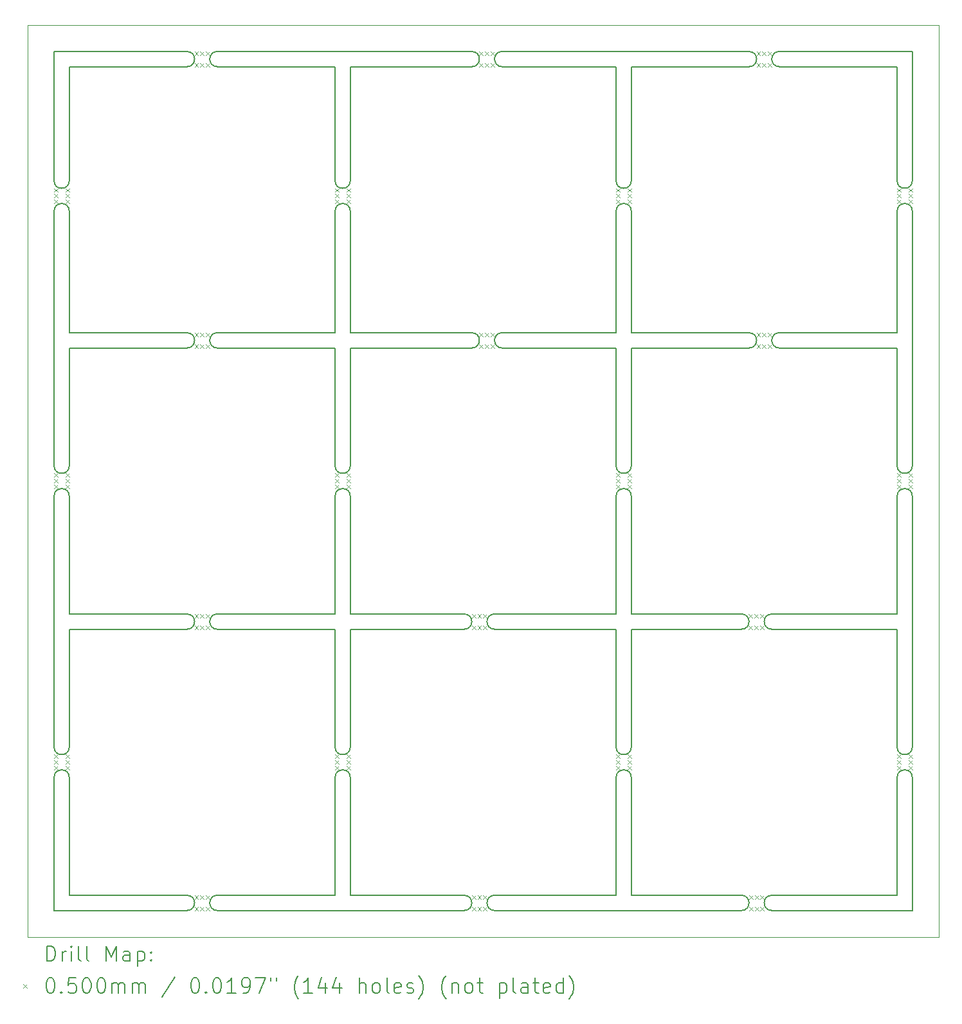
<source format=gbr>
%TF.GenerationSoftware,KiCad,Pcbnew,7.0.9*%
%TF.CreationDate,2024-10-30T14:50:43+01:00*%
%TF.ProjectId,panel,70616e65-6c2e-46b6-9963-61645f706362,rev?*%
%TF.SameCoordinates,Original*%
%TF.FileFunction,Drillmap*%
%TF.FilePolarity,Positive*%
%FSLAX45Y45*%
G04 Gerber Fmt 4.5, Leading zero omitted, Abs format (unit mm)*
G04 Created by KiCad (PCBNEW 7.0.9) date 2024-10-30 14:50:43*
%MOMM*%
%LPD*%
G01*
G04 APERTURE LIST*
%ADD10C,0.100000*%
%ADD11C,0.150000*%
%ADD12C,0.200000*%
G04 APERTURE END LIST*
D10*
X9949978Y-2500000D02*
X21949978Y-2500000D01*
X21949978Y-14500000D01*
X9949978Y-14500000D01*
X9949978Y-2500000D01*
D11*
X10299978Y-14150000D02*
X10299978Y-12400000D01*
X12049977Y-14150000D02*
X10299978Y-14150000D01*
X15699977Y-14150000D02*
X12449977Y-14150000D01*
X19349978Y-14150000D02*
X16099977Y-14150000D01*
X21599978Y-14150000D02*
X19749978Y-14150000D01*
X21599978Y-12400000D02*
X21599978Y-14150000D01*
X21599978Y-8700000D02*
X21599978Y-12000000D01*
X21599978Y-4950000D02*
X21599978Y-8300000D01*
X21599978Y-2850000D02*
X21599978Y-4550000D01*
X19849978Y-2850000D02*
X21599978Y-2850000D01*
X16199977Y-2850000D02*
X19449978Y-2850000D01*
X12449977Y-2850000D02*
X15799977Y-2850000D01*
X10299978Y-2850000D02*
X12049977Y-2850000D01*
X10299978Y-4550000D02*
X10299978Y-2850000D01*
X10299978Y-8300000D02*
X10299978Y-4950000D01*
X10299978Y-12000000D02*
X10299978Y-8700000D01*
X10499978Y-12400000D02*
G75*
G03*
X10299978Y-12400000I-100000J0D01*
G01*
X10299978Y-12000000D02*
G75*
G03*
X10499978Y-12000000I100000J0D01*
G01*
X10499978Y-12400000D02*
X10499978Y-13950000D01*
X10499978Y-10450000D02*
X10499978Y-12000000D01*
X10499978Y-8700000D02*
G75*
G03*
X10299978Y-8700000I-100000J0D01*
G01*
X10299978Y-8300000D02*
G75*
G03*
X10499978Y-8300000I100000J0D01*
G01*
X10499978Y-8700000D02*
X10499978Y-10250000D01*
X10499978Y-6750000D02*
X10499978Y-8300000D01*
X10499978Y-4950000D02*
X10499978Y-6550000D01*
X10499978Y-4950000D02*
G75*
G03*
X10299978Y-4950000I-100000J0D01*
G01*
X10299978Y-4550000D02*
G75*
G03*
X10499978Y-4550000I100000J0D01*
G01*
X10499978Y-3050000D02*
X10499978Y-4550000D01*
X15699977Y-13950000D02*
X15099977Y-13950000D01*
X15699977Y-14150000D02*
G75*
G03*
X15699977Y-13950000I0J100000D01*
G01*
X16099977Y-13950000D02*
G75*
G03*
X16099977Y-14150000I0J-100000D01*
G01*
X17699978Y-13950000D02*
X16099977Y-13950000D01*
X17699978Y-12400000D02*
X17699978Y-13950000D01*
X17899978Y-10450000D02*
X19349978Y-10450000D01*
X17899978Y-12000000D02*
X17899978Y-10450000D01*
X17699978Y-11700000D02*
X17699978Y-12000000D01*
X17699978Y-12000000D02*
G75*
G03*
X17899978Y-12000000I100000J0D01*
G01*
X17899978Y-12400000D02*
G75*
G03*
X17699978Y-12400000I-100000J0D01*
G01*
X17899978Y-13950000D02*
X17899978Y-12400000D01*
X19349978Y-13950000D02*
X17899978Y-13950000D01*
X19349978Y-14150000D02*
G75*
G03*
X19349978Y-13950000I0J100000D01*
G01*
X19749978Y-13950000D02*
G75*
G03*
X19749978Y-14150000I0J-100000D01*
G01*
X19849978Y-13950000D02*
X19749978Y-13950000D01*
X21399978Y-13950000D02*
X19849978Y-13950000D01*
X21399978Y-12400000D02*
X21399978Y-13950000D01*
X21599978Y-12400000D02*
G75*
G03*
X21399978Y-12400000I-100000J0D01*
G01*
X21399978Y-12000000D02*
G75*
G03*
X21599978Y-12000000I100000J0D01*
G01*
X21399978Y-10450000D02*
X21399978Y-12000000D01*
X19749978Y-10450000D02*
X21399978Y-10450000D01*
X19349978Y-10450000D02*
G75*
G03*
X19349978Y-10250000I0J100000D01*
G01*
X19749978Y-10250000D02*
G75*
G03*
X19749978Y-10450000I0J-100000D01*
G01*
X19199978Y-10250000D02*
X19349978Y-10250000D01*
X19849978Y-10250000D02*
X19749978Y-10250000D01*
X21399978Y-8700000D02*
X21399978Y-8800000D01*
X21399978Y-8150000D02*
X21399978Y-8300000D01*
X21599978Y-8700000D02*
G75*
G03*
X21399978Y-8700000I-100000J0D01*
G01*
X21399978Y-8300000D02*
G75*
G03*
X21599978Y-8300000I100000J0D01*
G01*
X21399978Y-4950000D02*
X21399978Y-5100000D01*
X21599978Y-4950000D02*
G75*
G03*
X21399978Y-4950000I-100000J0D01*
G01*
X21399978Y-4550000D02*
G75*
G03*
X21599978Y-4550000I100000J0D01*
G01*
X21399978Y-4400000D02*
X21399978Y-4550000D01*
X21399978Y-6750000D02*
X19849978Y-6750000D01*
X21399978Y-8150000D02*
X21399978Y-6750000D01*
X21399978Y-10250000D02*
X21399978Y-8800000D01*
X19849978Y-10250000D02*
X21399978Y-10250000D01*
X17899978Y-10250000D02*
X19199978Y-10250000D01*
X17899978Y-8700000D02*
X17899978Y-10250000D01*
X17899978Y-6750000D02*
X17899978Y-8300000D01*
X19449978Y-6750000D02*
X17899978Y-6750000D01*
X19849978Y-6550000D02*
G75*
G03*
X19849978Y-6750000I0J-100000D01*
G01*
X19449978Y-6750000D02*
G75*
G03*
X19449978Y-6550000I0J100000D01*
G01*
X19849978Y-2850000D02*
G75*
G03*
X19849978Y-3050000I0J-100000D01*
G01*
X19449978Y-3050000D02*
G75*
G03*
X19449978Y-2850000I0J100000D01*
G01*
X19849978Y-3050000D02*
X21349978Y-3050000D01*
X17899978Y-3050000D02*
X19449978Y-3050000D01*
X21399978Y-6550000D02*
X21399978Y-5100000D01*
X19849978Y-6550000D02*
X21399978Y-6550000D01*
X19199978Y-6550000D02*
X19449978Y-6550000D01*
X17899978Y-6550000D02*
X19199978Y-6550000D01*
X17899978Y-4950000D02*
X17899978Y-6550000D01*
X21399978Y-3050000D02*
X21399978Y-4400000D01*
X21349978Y-3050000D02*
X21399978Y-3050000D01*
X17899978Y-4550000D02*
X17899978Y-3050000D01*
X17899978Y-8700000D02*
G75*
G03*
X17699978Y-8700000I-100000J0D01*
G01*
X17699978Y-8300000D02*
G75*
G03*
X17899978Y-8300000I100000J0D01*
G01*
X16099977Y-10250000D02*
G75*
G03*
X16099977Y-10450000I0J-100000D01*
G01*
X15699977Y-10450000D02*
G75*
G03*
X15699977Y-10250000I0J100000D01*
G01*
X17699978Y-10450000D02*
X17699978Y-11700000D01*
X16099977Y-10450000D02*
X17699978Y-10450000D01*
X14199977Y-10450000D02*
X15699977Y-10450000D01*
X17699978Y-10250000D02*
X17699978Y-8700000D01*
X16099977Y-10250000D02*
X17699978Y-10250000D01*
X15549977Y-10250000D02*
X15699977Y-10250000D01*
X14199977Y-10250000D02*
X15549977Y-10250000D01*
X14199977Y-8700000D02*
X14199977Y-10250000D01*
X17699978Y-6900000D02*
X17699978Y-8300000D01*
X17699978Y-6750000D02*
X17699978Y-6900000D01*
X16199977Y-6750000D02*
X17699978Y-6750000D01*
X16299977Y-6550000D02*
X16199977Y-6550000D01*
X16199977Y-6550000D02*
G75*
G03*
X16199977Y-6750000I0J-100000D01*
G01*
X15799977Y-6750000D02*
G75*
G03*
X15799977Y-6550000I0J100000D01*
G01*
X15499977Y-6750000D02*
X15799977Y-6750000D01*
X15499977Y-6550000D02*
X15799977Y-6550000D01*
X14199977Y-6750000D02*
X15499977Y-6750000D01*
X14199977Y-8300000D02*
X14199977Y-6750000D01*
X14199977Y-8700000D02*
G75*
G03*
X13999977Y-8700000I-100000J0D01*
G01*
X13999977Y-8300000D02*
G75*
G03*
X14199977Y-8300000I100000J0D01*
G01*
X13999977Y-8300000D02*
X13999977Y-6750000D01*
X13999977Y-10250000D02*
X13999977Y-8700000D01*
X14199977Y-12000000D02*
X14199977Y-10450000D01*
X13999977Y-12000000D02*
G75*
G03*
X14199977Y-12000000I100000J0D01*
G01*
X14199977Y-13950000D02*
X15099977Y-13950000D01*
X14199977Y-12400000D02*
X14199977Y-13950000D01*
X14199977Y-12400000D02*
G75*
G03*
X13999977Y-12400000I-100000J0D01*
G01*
X13999977Y-12400000D02*
X13999977Y-13950000D01*
X13999977Y-12000000D02*
X13999977Y-10450000D01*
X12449977Y-13950000D02*
G75*
G03*
X12449977Y-14150000I0J-100000D01*
G01*
X12049977Y-14150000D02*
G75*
G03*
X12049977Y-13950000I0J100000D01*
G01*
X12049977Y-3050000D02*
G75*
G03*
X12049977Y-2850000I0J100000D01*
G01*
X12449977Y-2850000D02*
G75*
G03*
X12449977Y-3050000I0J-100000D01*
G01*
X15799977Y-3050000D02*
G75*
G03*
X15799977Y-2850000I0J100000D01*
G01*
X16199977Y-2850000D02*
G75*
G03*
X16199977Y-3050000I0J-100000D01*
G01*
X17899978Y-4950000D02*
G75*
G03*
X17699978Y-4950000I-100000J0D01*
G01*
X17699978Y-4550000D02*
G75*
G03*
X17899978Y-4550000I100000J0D01*
G01*
X17699978Y-5050000D02*
X17699978Y-4950000D01*
X17699978Y-4550000D02*
X17699978Y-4400000D01*
X16199977Y-3050000D02*
X16299977Y-3050000D01*
X15549977Y-3050000D02*
X15799977Y-3050000D01*
X17699978Y-3050000D02*
X16299977Y-3050000D01*
X17699978Y-4400000D02*
X17699978Y-3050000D01*
X17699978Y-6550000D02*
X17699978Y-5050000D01*
X16299977Y-6550000D02*
X17699978Y-6550000D01*
X14199977Y-6550000D02*
X15499977Y-6550000D01*
X14199977Y-4950000D02*
X14199977Y-6550000D01*
X14199977Y-3050000D02*
X15549977Y-3050000D01*
X14199977Y-4550000D02*
X14199977Y-3050000D01*
X14199977Y-4950000D02*
G75*
G03*
X13999977Y-4950000I-100000J0D01*
G01*
X13999977Y-4550000D02*
G75*
G03*
X14199977Y-4550000I100000J0D01*
G01*
X13999977Y-4950000D02*
X13999977Y-6550000D01*
X13999977Y-3050000D02*
X13999977Y-4550000D01*
X12449977Y-3050000D02*
X13999977Y-3050000D01*
X12049977Y-3050000D02*
X10499978Y-3050000D01*
X12049977Y-13950000D02*
X11849977Y-13950000D01*
X12449977Y-13950000D02*
X12599977Y-13950000D01*
X13999977Y-10450000D02*
X12449977Y-10450000D01*
X12599977Y-13950000D02*
X13999977Y-13950000D01*
X10499978Y-13950000D02*
X11849977Y-13950000D01*
X12049977Y-10450000D02*
X10499978Y-10450000D01*
X12049977Y-10450000D02*
G75*
G03*
X12049977Y-10250000I0J100000D01*
G01*
X12449977Y-10250000D02*
G75*
G03*
X12449977Y-10450000I0J-100000D01*
G01*
X12049977Y-10250000D02*
X11849977Y-10250000D01*
X12449977Y-10250000D02*
X12599977Y-10250000D01*
X13999977Y-6750000D02*
X12449977Y-6750000D01*
X12599977Y-10250000D02*
X13999977Y-10250000D01*
X10499978Y-10250000D02*
X11849977Y-10250000D01*
X12049977Y-6750000D02*
X10499978Y-6750000D01*
X12449977Y-6550000D02*
G75*
G03*
X12449977Y-6750000I0J-100000D01*
G01*
X12049977Y-6750000D02*
G75*
G03*
X12049977Y-6550000I0J100000D01*
G01*
X10499978Y-6550000D02*
X12049977Y-6550000D01*
X12449977Y-6550000D02*
X13999977Y-6550000D01*
D12*
D10*
X10299978Y-4650000D02*
X10349978Y-4700000D01*
X10349978Y-4650000D02*
X10299978Y-4700000D01*
X10299978Y-4725000D02*
X10349978Y-4775000D01*
X10349978Y-4725000D02*
X10299978Y-4775000D01*
X10299978Y-4800000D02*
X10349978Y-4850000D01*
X10349978Y-4800000D02*
X10299978Y-4850000D01*
X10299978Y-8400000D02*
X10349978Y-8450000D01*
X10349978Y-8400000D02*
X10299978Y-8450000D01*
X10299978Y-8475000D02*
X10349978Y-8525000D01*
X10349978Y-8475000D02*
X10299978Y-8525000D01*
X10299978Y-8550000D02*
X10349978Y-8600000D01*
X10349978Y-8550000D02*
X10299978Y-8600000D01*
X10299978Y-12100000D02*
X10349978Y-12150000D01*
X10349978Y-12100000D02*
X10299978Y-12150000D01*
X10299978Y-12175000D02*
X10349978Y-12225000D01*
X10349978Y-12175000D02*
X10299978Y-12225000D01*
X10299978Y-12250000D02*
X10349978Y-12300000D01*
X10349978Y-12250000D02*
X10299978Y-12300000D01*
X10449978Y-4650000D02*
X10499978Y-4700000D01*
X10499978Y-4650000D02*
X10449978Y-4700000D01*
X10449978Y-4725000D02*
X10499978Y-4775000D01*
X10499978Y-4725000D02*
X10449978Y-4775000D01*
X10449978Y-4800000D02*
X10499978Y-4850000D01*
X10499978Y-4800000D02*
X10449978Y-4850000D01*
X10449978Y-8400000D02*
X10499978Y-8450000D01*
X10499978Y-8400000D02*
X10449978Y-8450000D01*
X10449978Y-8475000D02*
X10499978Y-8525000D01*
X10499978Y-8475000D02*
X10449978Y-8525000D01*
X10449978Y-8550000D02*
X10499978Y-8600000D01*
X10499978Y-8550000D02*
X10449978Y-8600000D01*
X10449978Y-12100000D02*
X10499978Y-12150000D01*
X10499978Y-12100000D02*
X10449978Y-12150000D01*
X10449978Y-12175000D02*
X10499978Y-12225000D01*
X10499978Y-12175000D02*
X10449978Y-12225000D01*
X10449978Y-12250000D02*
X10499978Y-12300000D01*
X10499978Y-12250000D02*
X10449978Y-12300000D01*
X12149977Y-2850000D02*
X12199977Y-2900000D01*
X12199977Y-2850000D02*
X12149977Y-2900000D01*
X12149977Y-3000000D02*
X12199977Y-3050000D01*
X12199977Y-3000000D02*
X12149977Y-3050000D01*
X12149977Y-6550000D02*
X12199977Y-6600000D01*
X12199977Y-6550000D02*
X12149977Y-6600000D01*
X12149977Y-6700000D02*
X12199977Y-6750000D01*
X12199977Y-6700000D02*
X12149977Y-6750000D01*
X12149977Y-10250000D02*
X12199977Y-10300000D01*
X12199977Y-10250000D02*
X12149977Y-10300000D01*
X12149977Y-10400000D02*
X12199977Y-10450000D01*
X12199977Y-10400000D02*
X12149977Y-10450000D01*
X12149977Y-13950000D02*
X12199977Y-14000000D01*
X12199977Y-13950000D02*
X12149977Y-14000000D01*
X12149977Y-14100000D02*
X12199977Y-14150000D01*
X12199977Y-14100000D02*
X12149977Y-14150000D01*
X12224977Y-2850000D02*
X12274977Y-2900000D01*
X12274977Y-2850000D02*
X12224977Y-2900000D01*
X12224977Y-3000000D02*
X12274977Y-3050000D01*
X12274977Y-3000000D02*
X12224977Y-3050000D01*
X12224977Y-6550000D02*
X12274977Y-6600000D01*
X12274977Y-6550000D02*
X12224977Y-6600000D01*
X12224977Y-6700000D02*
X12274977Y-6750000D01*
X12274977Y-6700000D02*
X12224977Y-6750000D01*
X12224977Y-10250000D02*
X12274977Y-10300000D01*
X12274977Y-10250000D02*
X12224977Y-10300000D01*
X12224977Y-10400000D02*
X12274977Y-10450000D01*
X12274977Y-10400000D02*
X12224977Y-10450000D01*
X12224977Y-13950000D02*
X12274977Y-14000000D01*
X12274977Y-13950000D02*
X12224977Y-14000000D01*
X12224977Y-14100000D02*
X12274977Y-14150000D01*
X12274977Y-14100000D02*
X12224977Y-14150000D01*
X12299977Y-2850000D02*
X12349977Y-2900000D01*
X12349977Y-2850000D02*
X12299977Y-2900000D01*
X12299977Y-3000000D02*
X12349977Y-3050000D01*
X12349977Y-3000000D02*
X12299977Y-3050000D01*
X12299977Y-6550000D02*
X12349977Y-6600000D01*
X12349977Y-6550000D02*
X12299977Y-6600000D01*
X12299977Y-6700000D02*
X12349977Y-6750000D01*
X12349977Y-6700000D02*
X12299977Y-6750000D01*
X12299977Y-10250000D02*
X12349977Y-10300000D01*
X12349977Y-10250000D02*
X12299977Y-10300000D01*
X12299977Y-10400000D02*
X12349977Y-10450000D01*
X12349977Y-10400000D02*
X12299977Y-10450000D01*
X12299977Y-13950000D02*
X12349977Y-14000000D01*
X12349977Y-13950000D02*
X12299977Y-14000000D01*
X12299977Y-14100000D02*
X12349977Y-14150000D01*
X12349977Y-14100000D02*
X12299977Y-14150000D01*
X13999977Y-4650000D02*
X14049977Y-4700000D01*
X14049977Y-4650000D02*
X13999977Y-4700000D01*
X13999977Y-4725000D02*
X14049977Y-4775000D01*
X14049977Y-4725000D02*
X13999977Y-4775000D01*
X13999977Y-4800000D02*
X14049977Y-4850000D01*
X14049977Y-4800000D02*
X13999977Y-4850000D01*
X13999977Y-8400000D02*
X14049977Y-8450000D01*
X14049977Y-8400000D02*
X13999977Y-8450000D01*
X13999977Y-8475000D02*
X14049977Y-8525000D01*
X14049977Y-8475000D02*
X13999977Y-8525000D01*
X13999977Y-8550000D02*
X14049977Y-8600000D01*
X14049977Y-8550000D02*
X13999977Y-8600000D01*
X13999977Y-12100000D02*
X14049977Y-12150000D01*
X14049977Y-12100000D02*
X13999977Y-12150000D01*
X13999977Y-12175000D02*
X14049977Y-12225000D01*
X14049977Y-12175000D02*
X13999977Y-12225000D01*
X13999977Y-12250000D02*
X14049977Y-12300000D01*
X14049977Y-12250000D02*
X13999977Y-12300000D01*
X14149977Y-4650000D02*
X14199977Y-4700000D01*
X14199977Y-4650000D02*
X14149977Y-4700000D01*
X14149977Y-4725000D02*
X14199977Y-4775000D01*
X14199977Y-4725000D02*
X14149977Y-4775000D01*
X14149977Y-4800000D02*
X14199977Y-4850000D01*
X14199977Y-4800000D02*
X14149977Y-4850000D01*
X14149977Y-8400000D02*
X14199977Y-8450000D01*
X14199977Y-8400000D02*
X14149977Y-8450000D01*
X14149977Y-8475000D02*
X14199977Y-8525000D01*
X14199977Y-8475000D02*
X14149977Y-8525000D01*
X14149977Y-8550000D02*
X14199977Y-8600000D01*
X14199977Y-8550000D02*
X14149977Y-8600000D01*
X14149977Y-12100000D02*
X14199977Y-12150000D01*
X14199977Y-12100000D02*
X14149977Y-12150000D01*
X14149977Y-12175000D02*
X14199977Y-12225000D01*
X14199977Y-12175000D02*
X14149977Y-12225000D01*
X14149977Y-12250000D02*
X14199977Y-12300000D01*
X14199977Y-12250000D02*
X14149977Y-12300000D01*
X15799977Y-10250000D02*
X15849977Y-10300000D01*
X15849977Y-10250000D02*
X15799977Y-10300000D01*
X15799977Y-10400000D02*
X15849977Y-10450000D01*
X15849977Y-10400000D02*
X15799977Y-10450000D01*
X15799977Y-13950000D02*
X15849977Y-14000000D01*
X15849977Y-13950000D02*
X15799977Y-14000000D01*
X15799977Y-14100000D02*
X15849977Y-14150000D01*
X15849977Y-14100000D02*
X15799977Y-14150000D01*
X15874977Y-10250000D02*
X15924977Y-10300000D01*
X15924977Y-10250000D02*
X15874977Y-10300000D01*
X15874977Y-10400000D02*
X15924977Y-10450000D01*
X15924977Y-10400000D02*
X15874977Y-10450000D01*
X15874977Y-13950000D02*
X15924977Y-14000000D01*
X15924977Y-13950000D02*
X15874977Y-14000000D01*
X15874977Y-14100000D02*
X15924977Y-14150000D01*
X15924977Y-14100000D02*
X15874977Y-14150000D01*
X15899977Y-2850000D02*
X15949977Y-2900000D01*
X15949977Y-2850000D02*
X15899977Y-2900000D01*
X15899977Y-3000000D02*
X15949977Y-3050000D01*
X15949977Y-3000000D02*
X15899977Y-3050000D01*
X15899977Y-6550000D02*
X15949977Y-6600000D01*
X15949977Y-6550000D02*
X15899977Y-6600000D01*
X15899977Y-6700000D02*
X15949977Y-6750000D01*
X15949977Y-6700000D02*
X15899977Y-6750000D01*
X15949977Y-10250000D02*
X15999977Y-10300000D01*
X15999977Y-10250000D02*
X15949977Y-10300000D01*
X15949977Y-10400000D02*
X15999977Y-10450000D01*
X15999977Y-10400000D02*
X15949977Y-10450000D01*
X15949977Y-13950000D02*
X15999977Y-14000000D01*
X15999977Y-13950000D02*
X15949977Y-14000000D01*
X15949977Y-14100000D02*
X15999977Y-14150000D01*
X15999977Y-14100000D02*
X15949977Y-14150000D01*
X15974977Y-2850000D02*
X16024977Y-2900000D01*
X16024977Y-2850000D02*
X15974977Y-2900000D01*
X15974977Y-3000000D02*
X16024977Y-3050000D01*
X16024977Y-3000000D02*
X15974977Y-3050000D01*
X15974977Y-6550000D02*
X16024977Y-6600000D01*
X16024977Y-6550000D02*
X15974977Y-6600000D01*
X15974977Y-6700000D02*
X16024977Y-6750000D01*
X16024977Y-6700000D02*
X15974977Y-6750000D01*
X16049977Y-2850000D02*
X16099977Y-2900000D01*
X16099977Y-2850000D02*
X16049977Y-2900000D01*
X16049977Y-3000000D02*
X16099977Y-3050000D01*
X16099977Y-3000000D02*
X16049977Y-3050000D01*
X16049977Y-6550000D02*
X16099977Y-6600000D01*
X16099977Y-6550000D02*
X16049977Y-6600000D01*
X16049977Y-6700000D02*
X16099977Y-6750000D01*
X16099977Y-6700000D02*
X16049977Y-6750000D01*
X17699978Y-4650000D02*
X17749978Y-4700000D01*
X17749978Y-4650000D02*
X17699978Y-4700000D01*
X17699978Y-4725000D02*
X17749978Y-4775000D01*
X17749978Y-4725000D02*
X17699978Y-4775000D01*
X17699978Y-4800000D02*
X17749978Y-4850000D01*
X17749978Y-4800000D02*
X17699978Y-4850000D01*
X17699978Y-8400000D02*
X17749978Y-8450000D01*
X17749978Y-8400000D02*
X17699978Y-8450000D01*
X17699978Y-8475000D02*
X17749978Y-8525000D01*
X17749978Y-8475000D02*
X17699978Y-8525000D01*
X17699978Y-8550000D02*
X17749978Y-8600000D01*
X17749978Y-8550000D02*
X17699978Y-8600000D01*
X17699978Y-12100000D02*
X17749978Y-12150000D01*
X17749978Y-12100000D02*
X17699978Y-12150000D01*
X17699978Y-12175000D02*
X17749978Y-12225000D01*
X17749978Y-12175000D02*
X17699978Y-12225000D01*
X17699978Y-12250000D02*
X17749978Y-12300000D01*
X17749978Y-12250000D02*
X17699978Y-12300000D01*
X17849978Y-4650000D02*
X17899978Y-4700000D01*
X17899978Y-4650000D02*
X17849978Y-4700000D01*
X17849978Y-4725000D02*
X17899978Y-4775000D01*
X17899978Y-4725000D02*
X17849978Y-4775000D01*
X17849978Y-4800000D02*
X17899978Y-4850000D01*
X17899978Y-4800000D02*
X17849978Y-4850000D01*
X17849978Y-8400000D02*
X17899978Y-8450000D01*
X17899978Y-8400000D02*
X17849978Y-8450000D01*
X17849978Y-8475000D02*
X17899978Y-8525000D01*
X17899978Y-8475000D02*
X17849978Y-8525000D01*
X17849978Y-8550000D02*
X17899978Y-8600000D01*
X17899978Y-8550000D02*
X17849978Y-8600000D01*
X17849978Y-12100000D02*
X17899978Y-12150000D01*
X17899978Y-12100000D02*
X17849978Y-12150000D01*
X17849978Y-12175000D02*
X17899978Y-12225000D01*
X17899978Y-12175000D02*
X17849978Y-12225000D01*
X17849978Y-12250000D02*
X17899978Y-12300000D01*
X17899978Y-12250000D02*
X17849978Y-12300000D01*
X19444198Y-10250000D02*
X19494198Y-10300000D01*
X19494198Y-10250000D02*
X19444198Y-10300000D01*
X19444198Y-10400000D02*
X19494198Y-10450000D01*
X19494198Y-10400000D02*
X19444198Y-10450000D01*
X19449978Y-13950000D02*
X19499978Y-14000000D01*
X19499978Y-13950000D02*
X19449978Y-14000000D01*
X19449978Y-14100000D02*
X19499978Y-14150000D01*
X19499978Y-14100000D02*
X19449978Y-14150000D01*
X19519198Y-10250000D02*
X19569198Y-10300000D01*
X19569198Y-10250000D02*
X19519198Y-10300000D01*
X19519198Y-10400000D02*
X19569198Y-10450000D01*
X19569198Y-10400000D02*
X19519198Y-10450000D01*
X19524978Y-13950000D02*
X19574978Y-14000000D01*
X19574978Y-13950000D02*
X19524978Y-14000000D01*
X19524978Y-14100000D02*
X19574978Y-14150000D01*
X19574978Y-14100000D02*
X19524978Y-14150000D01*
X19549978Y-2850000D02*
X19599978Y-2900000D01*
X19599978Y-2850000D02*
X19549978Y-2900000D01*
X19549978Y-3000000D02*
X19599978Y-3050000D01*
X19599978Y-3000000D02*
X19549978Y-3050000D01*
X19549978Y-6550000D02*
X19599978Y-6600000D01*
X19599978Y-6550000D02*
X19549978Y-6600000D01*
X19549978Y-6700000D02*
X19599978Y-6750000D01*
X19599978Y-6700000D02*
X19549978Y-6750000D01*
X19594198Y-10250000D02*
X19644198Y-10300000D01*
X19644198Y-10250000D02*
X19594198Y-10300000D01*
X19594198Y-10400000D02*
X19644198Y-10450000D01*
X19644198Y-10400000D02*
X19594198Y-10450000D01*
X19599978Y-13950000D02*
X19649978Y-14000000D01*
X19649978Y-13950000D02*
X19599978Y-14000000D01*
X19599978Y-14100000D02*
X19649978Y-14150000D01*
X19649978Y-14100000D02*
X19599978Y-14150000D01*
X19624978Y-2850000D02*
X19674978Y-2900000D01*
X19674978Y-2850000D02*
X19624978Y-2900000D01*
X19624978Y-3000000D02*
X19674978Y-3050000D01*
X19674978Y-3000000D02*
X19624978Y-3050000D01*
X19624978Y-6550000D02*
X19674978Y-6600000D01*
X19674978Y-6550000D02*
X19624978Y-6600000D01*
X19624978Y-6700000D02*
X19674978Y-6750000D01*
X19674978Y-6700000D02*
X19624978Y-6750000D01*
X19699978Y-2850000D02*
X19749978Y-2900000D01*
X19749978Y-2850000D02*
X19699978Y-2900000D01*
X19699978Y-3000000D02*
X19749978Y-3050000D01*
X19749978Y-3000000D02*
X19699978Y-3050000D01*
X19699978Y-6550000D02*
X19749978Y-6600000D01*
X19749978Y-6550000D02*
X19699978Y-6600000D01*
X19699978Y-6700000D02*
X19749978Y-6750000D01*
X19749978Y-6700000D02*
X19699978Y-6750000D01*
X21399978Y-4650000D02*
X21449978Y-4700000D01*
X21449978Y-4650000D02*
X21399978Y-4700000D01*
X21399978Y-4725000D02*
X21449978Y-4775000D01*
X21449978Y-4725000D02*
X21399978Y-4775000D01*
X21399978Y-4800000D02*
X21449978Y-4850000D01*
X21449978Y-4800000D02*
X21399978Y-4850000D01*
X21399978Y-8400000D02*
X21449978Y-8450000D01*
X21449978Y-8400000D02*
X21399978Y-8450000D01*
X21399978Y-8475000D02*
X21449978Y-8525000D01*
X21449978Y-8475000D02*
X21399978Y-8525000D01*
X21399978Y-8550000D02*
X21449978Y-8600000D01*
X21449978Y-8550000D02*
X21399978Y-8600000D01*
X21399978Y-12100000D02*
X21449978Y-12150000D01*
X21449978Y-12100000D02*
X21399978Y-12150000D01*
X21399978Y-12175000D02*
X21449978Y-12225000D01*
X21449978Y-12175000D02*
X21399978Y-12225000D01*
X21399978Y-12250000D02*
X21449978Y-12300000D01*
X21449978Y-12250000D02*
X21399978Y-12300000D01*
X21549978Y-4650000D02*
X21599978Y-4700000D01*
X21599978Y-4650000D02*
X21549978Y-4700000D01*
X21549978Y-4725000D02*
X21599978Y-4775000D01*
X21599978Y-4725000D02*
X21549978Y-4775000D01*
X21549978Y-4800000D02*
X21599978Y-4850000D01*
X21599978Y-4800000D02*
X21549978Y-4850000D01*
X21549978Y-8400000D02*
X21599978Y-8450000D01*
X21599978Y-8400000D02*
X21549978Y-8450000D01*
X21549978Y-8475000D02*
X21599978Y-8525000D01*
X21599978Y-8475000D02*
X21549978Y-8525000D01*
X21549978Y-8550000D02*
X21599978Y-8600000D01*
X21599978Y-8550000D02*
X21549978Y-8600000D01*
X21549978Y-12100000D02*
X21599978Y-12150000D01*
X21599978Y-12100000D02*
X21549978Y-12150000D01*
X21549978Y-12175000D02*
X21599978Y-12225000D01*
X21599978Y-12175000D02*
X21549978Y-12225000D01*
X21549978Y-12250000D02*
X21599978Y-12300000D01*
X21599978Y-12250000D02*
X21549978Y-12300000D01*
D12*
X10205754Y-14816484D02*
X10205754Y-14616484D01*
X10205754Y-14616484D02*
X10253373Y-14616484D01*
X10253373Y-14616484D02*
X10281945Y-14626008D01*
X10281945Y-14626008D02*
X10300992Y-14645055D01*
X10300992Y-14645055D02*
X10310516Y-14664103D01*
X10310516Y-14664103D02*
X10320040Y-14702198D01*
X10320040Y-14702198D02*
X10320040Y-14730769D01*
X10320040Y-14730769D02*
X10310516Y-14768865D01*
X10310516Y-14768865D02*
X10300992Y-14787912D01*
X10300992Y-14787912D02*
X10281945Y-14806960D01*
X10281945Y-14806960D02*
X10253373Y-14816484D01*
X10253373Y-14816484D02*
X10205754Y-14816484D01*
X10405754Y-14816484D02*
X10405754Y-14683150D01*
X10405754Y-14721246D02*
X10415278Y-14702198D01*
X10415278Y-14702198D02*
X10424802Y-14692674D01*
X10424802Y-14692674D02*
X10443850Y-14683150D01*
X10443850Y-14683150D02*
X10462897Y-14683150D01*
X10529564Y-14816484D02*
X10529564Y-14683150D01*
X10529564Y-14616484D02*
X10520040Y-14626008D01*
X10520040Y-14626008D02*
X10529564Y-14635531D01*
X10529564Y-14635531D02*
X10539088Y-14626008D01*
X10539088Y-14626008D02*
X10529564Y-14616484D01*
X10529564Y-14616484D02*
X10529564Y-14635531D01*
X10653373Y-14816484D02*
X10634326Y-14806960D01*
X10634326Y-14806960D02*
X10624802Y-14787912D01*
X10624802Y-14787912D02*
X10624802Y-14616484D01*
X10758135Y-14816484D02*
X10739088Y-14806960D01*
X10739088Y-14806960D02*
X10729564Y-14787912D01*
X10729564Y-14787912D02*
X10729564Y-14616484D01*
X10986707Y-14816484D02*
X10986707Y-14616484D01*
X10986707Y-14616484D02*
X11053373Y-14759341D01*
X11053373Y-14759341D02*
X11120040Y-14616484D01*
X11120040Y-14616484D02*
X11120040Y-14816484D01*
X11300992Y-14816484D02*
X11300992Y-14711722D01*
X11300992Y-14711722D02*
X11291469Y-14692674D01*
X11291469Y-14692674D02*
X11272421Y-14683150D01*
X11272421Y-14683150D02*
X11234326Y-14683150D01*
X11234326Y-14683150D02*
X11215278Y-14692674D01*
X11300992Y-14806960D02*
X11281945Y-14816484D01*
X11281945Y-14816484D02*
X11234326Y-14816484D01*
X11234326Y-14816484D02*
X11215278Y-14806960D01*
X11215278Y-14806960D02*
X11205754Y-14787912D01*
X11205754Y-14787912D02*
X11205754Y-14768865D01*
X11205754Y-14768865D02*
X11215278Y-14749817D01*
X11215278Y-14749817D02*
X11234326Y-14740293D01*
X11234326Y-14740293D02*
X11281945Y-14740293D01*
X11281945Y-14740293D02*
X11300992Y-14730769D01*
X11396230Y-14683150D02*
X11396230Y-14883150D01*
X11396230Y-14692674D02*
X11415278Y-14683150D01*
X11415278Y-14683150D02*
X11453373Y-14683150D01*
X11453373Y-14683150D02*
X11472421Y-14692674D01*
X11472421Y-14692674D02*
X11481945Y-14702198D01*
X11481945Y-14702198D02*
X11491469Y-14721246D01*
X11491469Y-14721246D02*
X11491469Y-14778388D01*
X11491469Y-14778388D02*
X11481945Y-14797436D01*
X11481945Y-14797436D02*
X11472421Y-14806960D01*
X11472421Y-14806960D02*
X11453373Y-14816484D01*
X11453373Y-14816484D02*
X11415278Y-14816484D01*
X11415278Y-14816484D02*
X11396230Y-14806960D01*
X11577183Y-14797436D02*
X11586707Y-14806960D01*
X11586707Y-14806960D02*
X11577183Y-14816484D01*
X11577183Y-14816484D02*
X11567659Y-14806960D01*
X11567659Y-14806960D02*
X11577183Y-14797436D01*
X11577183Y-14797436D02*
X11577183Y-14816484D01*
X11577183Y-14692674D02*
X11586707Y-14702198D01*
X11586707Y-14702198D02*
X11577183Y-14711722D01*
X11577183Y-14711722D02*
X11567659Y-14702198D01*
X11567659Y-14702198D02*
X11577183Y-14692674D01*
X11577183Y-14692674D02*
X11577183Y-14711722D01*
D10*
X9894978Y-15120000D02*
X9944978Y-15170000D01*
X9944978Y-15120000D02*
X9894978Y-15170000D01*
D12*
X10243850Y-15036484D02*
X10262897Y-15036484D01*
X10262897Y-15036484D02*
X10281945Y-15046008D01*
X10281945Y-15046008D02*
X10291469Y-15055531D01*
X10291469Y-15055531D02*
X10300992Y-15074579D01*
X10300992Y-15074579D02*
X10310516Y-15112674D01*
X10310516Y-15112674D02*
X10310516Y-15160293D01*
X10310516Y-15160293D02*
X10300992Y-15198388D01*
X10300992Y-15198388D02*
X10291469Y-15217436D01*
X10291469Y-15217436D02*
X10281945Y-15226960D01*
X10281945Y-15226960D02*
X10262897Y-15236484D01*
X10262897Y-15236484D02*
X10243850Y-15236484D01*
X10243850Y-15236484D02*
X10224802Y-15226960D01*
X10224802Y-15226960D02*
X10215278Y-15217436D01*
X10215278Y-15217436D02*
X10205754Y-15198388D01*
X10205754Y-15198388D02*
X10196231Y-15160293D01*
X10196231Y-15160293D02*
X10196231Y-15112674D01*
X10196231Y-15112674D02*
X10205754Y-15074579D01*
X10205754Y-15074579D02*
X10215278Y-15055531D01*
X10215278Y-15055531D02*
X10224802Y-15046008D01*
X10224802Y-15046008D02*
X10243850Y-15036484D01*
X10396231Y-15217436D02*
X10405754Y-15226960D01*
X10405754Y-15226960D02*
X10396231Y-15236484D01*
X10396231Y-15236484D02*
X10386707Y-15226960D01*
X10386707Y-15226960D02*
X10396231Y-15217436D01*
X10396231Y-15217436D02*
X10396231Y-15236484D01*
X10586707Y-15036484D02*
X10491469Y-15036484D01*
X10491469Y-15036484D02*
X10481945Y-15131722D01*
X10481945Y-15131722D02*
X10491469Y-15122198D01*
X10491469Y-15122198D02*
X10510516Y-15112674D01*
X10510516Y-15112674D02*
X10558135Y-15112674D01*
X10558135Y-15112674D02*
X10577183Y-15122198D01*
X10577183Y-15122198D02*
X10586707Y-15131722D01*
X10586707Y-15131722D02*
X10596231Y-15150769D01*
X10596231Y-15150769D02*
X10596231Y-15198388D01*
X10596231Y-15198388D02*
X10586707Y-15217436D01*
X10586707Y-15217436D02*
X10577183Y-15226960D01*
X10577183Y-15226960D02*
X10558135Y-15236484D01*
X10558135Y-15236484D02*
X10510516Y-15236484D01*
X10510516Y-15236484D02*
X10491469Y-15226960D01*
X10491469Y-15226960D02*
X10481945Y-15217436D01*
X10720040Y-15036484D02*
X10739088Y-15036484D01*
X10739088Y-15036484D02*
X10758135Y-15046008D01*
X10758135Y-15046008D02*
X10767659Y-15055531D01*
X10767659Y-15055531D02*
X10777183Y-15074579D01*
X10777183Y-15074579D02*
X10786707Y-15112674D01*
X10786707Y-15112674D02*
X10786707Y-15160293D01*
X10786707Y-15160293D02*
X10777183Y-15198388D01*
X10777183Y-15198388D02*
X10767659Y-15217436D01*
X10767659Y-15217436D02*
X10758135Y-15226960D01*
X10758135Y-15226960D02*
X10739088Y-15236484D01*
X10739088Y-15236484D02*
X10720040Y-15236484D01*
X10720040Y-15236484D02*
X10700992Y-15226960D01*
X10700992Y-15226960D02*
X10691469Y-15217436D01*
X10691469Y-15217436D02*
X10681945Y-15198388D01*
X10681945Y-15198388D02*
X10672421Y-15160293D01*
X10672421Y-15160293D02*
X10672421Y-15112674D01*
X10672421Y-15112674D02*
X10681945Y-15074579D01*
X10681945Y-15074579D02*
X10691469Y-15055531D01*
X10691469Y-15055531D02*
X10700992Y-15046008D01*
X10700992Y-15046008D02*
X10720040Y-15036484D01*
X10910516Y-15036484D02*
X10929564Y-15036484D01*
X10929564Y-15036484D02*
X10948612Y-15046008D01*
X10948612Y-15046008D02*
X10958135Y-15055531D01*
X10958135Y-15055531D02*
X10967659Y-15074579D01*
X10967659Y-15074579D02*
X10977183Y-15112674D01*
X10977183Y-15112674D02*
X10977183Y-15160293D01*
X10977183Y-15160293D02*
X10967659Y-15198388D01*
X10967659Y-15198388D02*
X10958135Y-15217436D01*
X10958135Y-15217436D02*
X10948612Y-15226960D01*
X10948612Y-15226960D02*
X10929564Y-15236484D01*
X10929564Y-15236484D02*
X10910516Y-15236484D01*
X10910516Y-15236484D02*
X10891469Y-15226960D01*
X10891469Y-15226960D02*
X10881945Y-15217436D01*
X10881945Y-15217436D02*
X10872421Y-15198388D01*
X10872421Y-15198388D02*
X10862897Y-15160293D01*
X10862897Y-15160293D02*
X10862897Y-15112674D01*
X10862897Y-15112674D02*
X10872421Y-15074579D01*
X10872421Y-15074579D02*
X10881945Y-15055531D01*
X10881945Y-15055531D02*
X10891469Y-15046008D01*
X10891469Y-15046008D02*
X10910516Y-15036484D01*
X11062897Y-15236484D02*
X11062897Y-15103150D01*
X11062897Y-15122198D02*
X11072421Y-15112674D01*
X11072421Y-15112674D02*
X11091469Y-15103150D01*
X11091469Y-15103150D02*
X11120040Y-15103150D01*
X11120040Y-15103150D02*
X11139088Y-15112674D01*
X11139088Y-15112674D02*
X11148612Y-15131722D01*
X11148612Y-15131722D02*
X11148612Y-15236484D01*
X11148612Y-15131722D02*
X11158135Y-15112674D01*
X11158135Y-15112674D02*
X11177183Y-15103150D01*
X11177183Y-15103150D02*
X11205754Y-15103150D01*
X11205754Y-15103150D02*
X11224802Y-15112674D01*
X11224802Y-15112674D02*
X11234326Y-15131722D01*
X11234326Y-15131722D02*
X11234326Y-15236484D01*
X11329564Y-15236484D02*
X11329564Y-15103150D01*
X11329564Y-15122198D02*
X11339088Y-15112674D01*
X11339088Y-15112674D02*
X11358135Y-15103150D01*
X11358135Y-15103150D02*
X11386707Y-15103150D01*
X11386707Y-15103150D02*
X11405754Y-15112674D01*
X11405754Y-15112674D02*
X11415278Y-15131722D01*
X11415278Y-15131722D02*
X11415278Y-15236484D01*
X11415278Y-15131722D02*
X11424802Y-15112674D01*
X11424802Y-15112674D02*
X11443850Y-15103150D01*
X11443850Y-15103150D02*
X11472421Y-15103150D01*
X11472421Y-15103150D02*
X11491469Y-15112674D01*
X11491469Y-15112674D02*
X11500992Y-15131722D01*
X11500992Y-15131722D02*
X11500992Y-15236484D01*
X11891469Y-15026960D02*
X11720040Y-15284103D01*
X12148612Y-15036484D02*
X12167659Y-15036484D01*
X12167659Y-15036484D02*
X12186707Y-15046008D01*
X12186707Y-15046008D02*
X12196231Y-15055531D01*
X12196231Y-15055531D02*
X12205754Y-15074579D01*
X12205754Y-15074579D02*
X12215278Y-15112674D01*
X12215278Y-15112674D02*
X12215278Y-15160293D01*
X12215278Y-15160293D02*
X12205754Y-15198388D01*
X12205754Y-15198388D02*
X12196231Y-15217436D01*
X12196231Y-15217436D02*
X12186707Y-15226960D01*
X12186707Y-15226960D02*
X12167659Y-15236484D01*
X12167659Y-15236484D02*
X12148612Y-15236484D01*
X12148612Y-15236484D02*
X12129564Y-15226960D01*
X12129564Y-15226960D02*
X12120040Y-15217436D01*
X12120040Y-15217436D02*
X12110516Y-15198388D01*
X12110516Y-15198388D02*
X12100993Y-15160293D01*
X12100993Y-15160293D02*
X12100993Y-15112674D01*
X12100993Y-15112674D02*
X12110516Y-15074579D01*
X12110516Y-15074579D02*
X12120040Y-15055531D01*
X12120040Y-15055531D02*
X12129564Y-15046008D01*
X12129564Y-15046008D02*
X12148612Y-15036484D01*
X12300993Y-15217436D02*
X12310516Y-15226960D01*
X12310516Y-15226960D02*
X12300993Y-15236484D01*
X12300993Y-15236484D02*
X12291469Y-15226960D01*
X12291469Y-15226960D02*
X12300993Y-15217436D01*
X12300993Y-15217436D02*
X12300993Y-15236484D01*
X12434326Y-15036484D02*
X12453374Y-15036484D01*
X12453374Y-15036484D02*
X12472421Y-15046008D01*
X12472421Y-15046008D02*
X12481945Y-15055531D01*
X12481945Y-15055531D02*
X12491469Y-15074579D01*
X12491469Y-15074579D02*
X12500993Y-15112674D01*
X12500993Y-15112674D02*
X12500993Y-15160293D01*
X12500993Y-15160293D02*
X12491469Y-15198388D01*
X12491469Y-15198388D02*
X12481945Y-15217436D01*
X12481945Y-15217436D02*
X12472421Y-15226960D01*
X12472421Y-15226960D02*
X12453374Y-15236484D01*
X12453374Y-15236484D02*
X12434326Y-15236484D01*
X12434326Y-15236484D02*
X12415278Y-15226960D01*
X12415278Y-15226960D02*
X12405754Y-15217436D01*
X12405754Y-15217436D02*
X12396231Y-15198388D01*
X12396231Y-15198388D02*
X12386707Y-15160293D01*
X12386707Y-15160293D02*
X12386707Y-15112674D01*
X12386707Y-15112674D02*
X12396231Y-15074579D01*
X12396231Y-15074579D02*
X12405754Y-15055531D01*
X12405754Y-15055531D02*
X12415278Y-15046008D01*
X12415278Y-15046008D02*
X12434326Y-15036484D01*
X12691469Y-15236484D02*
X12577183Y-15236484D01*
X12634326Y-15236484D02*
X12634326Y-15036484D01*
X12634326Y-15036484D02*
X12615278Y-15065055D01*
X12615278Y-15065055D02*
X12596231Y-15084103D01*
X12596231Y-15084103D02*
X12577183Y-15093627D01*
X12786707Y-15236484D02*
X12824802Y-15236484D01*
X12824802Y-15236484D02*
X12843850Y-15226960D01*
X12843850Y-15226960D02*
X12853374Y-15217436D01*
X12853374Y-15217436D02*
X12872421Y-15188865D01*
X12872421Y-15188865D02*
X12881945Y-15150769D01*
X12881945Y-15150769D02*
X12881945Y-15074579D01*
X12881945Y-15074579D02*
X12872421Y-15055531D01*
X12872421Y-15055531D02*
X12862897Y-15046008D01*
X12862897Y-15046008D02*
X12843850Y-15036484D01*
X12843850Y-15036484D02*
X12805754Y-15036484D01*
X12805754Y-15036484D02*
X12786707Y-15046008D01*
X12786707Y-15046008D02*
X12777183Y-15055531D01*
X12777183Y-15055531D02*
X12767659Y-15074579D01*
X12767659Y-15074579D02*
X12767659Y-15122198D01*
X12767659Y-15122198D02*
X12777183Y-15141246D01*
X12777183Y-15141246D02*
X12786707Y-15150769D01*
X12786707Y-15150769D02*
X12805754Y-15160293D01*
X12805754Y-15160293D02*
X12843850Y-15160293D01*
X12843850Y-15160293D02*
X12862897Y-15150769D01*
X12862897Y-15150769D02*
X12872421Y-15141246D01*
X12872421Y-15141246D02*
X12881945Y-15122198D01*
X12948612Y-15036484D02*
X13081945Y-15036484D01*
X13081945Y-15036484D02*
X12996231Y-15236484D01*
X13148612Y-15036484D02*
X13148612Y-15074579D01*
X13224802Y-15036484D02*
X13224802Y-15074579D01*
X13520040Y-15312674D02*
X13510516Y-15303150D01*
X13510516Y-15303150D02*
X13491469Y-15274579D01*
X13491469Y-15274579D02*
X13481945Y-15255531D01*
X13481945Y-15255531D02*
X13472421Y-15226960D01*
X13472421Y-15226960D02*
X13462897Y-15179341D01*
X13462897Y-15179341D02*
X13462897Y-15141246D01*
X13462897Y-15141246D02*
X13472421Y-15093627D01*
X13472421Y-15093627D02*
X13481945Y-15065055D01*
X13481945Y-15065055D02*
X13491469Y-15046008D01*
X13491469Y-15046008D02*
X13510516Y-15017436D01*
X13510516Y-15017436D02*
X13520040Y-15007912D01*
X13700993Y-15236484D02*
X13586707Y-15236484D01*
X13643850Y-15236484D02*
X13643850Y-15036484D01*
X13643850Y-15036484D02*
X13624802Y-15065055D01*
X13624802Y-15065055D02*
X13605755Y-15084103D01*
X13605755Y-15084103D02*
X13586707Y-15093627D01*
X13872421Y-15103150D02*
X13872421Y-15236484D01*
X13824802Y-15026960D02*
X13777183Y-15169817D01*
X13777183Y-15169817D02*
X13900993Y-15169817D01*
X14062897Y-15103150D02*
X14062897Y-15236484D01*
X14015278Y-15026960D02*
X13967659Y-15169817D01*
X13967659Y-15169817D02*
X14091469Y-15169817D01*
X14320040Y-15236484D02*
X14320040Y-15036484D01*
X14405755Y-15236484D02*
X14405755Y-15131722D01*
X14405755Y-15131722D02*
X14396231Y-15112674D01*
X14396231Y-15112674D02*
X14377183Y-15103150D01*
X14377183Y-15103150D02*
X14348612Y-15103150D01*
X14348612Y-15103150D02*
X14329564Y-15112674D01*
X14329564Y-15112674D02*
X14320040Y-15122198D01*
X14529564Y-15236484D02*
X14510517Y-15226960D01*
X14510517Y-15226960D02*
X14500993Y-15217436D01*
X14500993Y-15217436D02*
X14491469Y-15198388D01*
X14491469Y-15198388D02*
X14491469Y-15141246D01*
X14491469Y-15141246D02*
X14500993Y-15122198D01*
X14500993Y-15122198D02*
X14510517Y-15112674D01*
X14510517Y-15112674D02*
X14529564Y-15103150D01*
X14529564Y-15103150D02*
X14558136Y-15103150D01*
X14558136Y-15103150D02*
X14577183Y-15112674D01*
X14577183Y-15112674D02*
X14586707Y-15122198D01*
X14586707Y-15122198D02*
X14596231Y-15141246D01*
X14596231Y-15141246D02*
X14596231Y-15198388D01*
X14596231Y-15198388D02*
X14586707Y-15217436D01*
X14586707Y-15217436D02*
X14577183Y-15226960D01*
X14577183Y-15226960D02*
X14558136Y-15236484D01*
X14558136Y-15236484D02*
X14529564Y-15236484D01*
X14710517Y-15236484D02*
X14691469Y-15226960D01*
X14691469Y-15226960D02*
X14681945Y-15207912D01*
X14681945Y-15207912D02*
X14681945Y-15036484D01*
X14862898Y-15226960D02*
X14843850Y-15236484D01*
X14843850Y-15236484D02*
X14805755Y-15236484D01*
X14805755Y-15236484D02*
X14786707Y-15226960D01*
X14786707Y-15226960D02*
X14777183Y-15207912D01*
X14777183Y-15207912D02*
X14777183Y-15131722D01*
X14777183Y-15131722D02*
X14786707Y-15112674D01*
X14786707Y-15112674D02*
X14805755Y-15103150D01*
X14805755Y-15103150D02*
X14843850Y-15103150D01*
X14843850Y-15103150D02*
X14862898Y-15112674D01*
X14862898Y-15112674D02*
X14872421Y-15131722D01*
X14872421Y-15131722D02*
X14872421Y-15150769D01*
X14872421Y-15150769D02*
X14777183Y-15169817D01*
X14948612Y-15226960D02*
X14967659Y-15236484D01*
X14967659Y-15236484D02*
X15005755Y-15236484D01*
X15005755Y-15236484D02*
X15024802Y-15226960D01*
X15024802Y-15226960D02*
X15034326Y-15207912D01*
X15034326Y-15207912D02*
X15034326Y-15198388D01*
X15034326Y-15198388D02*
X15024802Y-15179341D01*
X15024802Y-15179341D02*
X15005755Y-15169817D01*
X15005755Y-15169817D02*
X14977183Y-15169817D01*
X14977183Y-15169817D02*
X14958136Y-15160293D01*
X14958136Y-15160293D02*
X14948612Y-15141246D01*
X14948612Y-15141246D02*
X14948612Y-15131722D01*
X14948612Y-15131722D02*
X14958136Y-15112674D01*
X14958136Y-15112674D02*
X14977183Y-15103150D01*
X14977183Y-15103150D02*
X15005755Y-15103150D01*
X15005755Y-15103150D02*
X15024802Y-15112674D01*
X15100993Y-15312674D02*
X15110517Y-15303150D01*
X15110517Y-15303150D02*
X15129564Y-15274579D01*
X15129564Y-15274579D02*
X15139088Y-15255531D01*
X15139088Y-15255531D02*
X15148612Y-15226960D01*
X15148612Y-15226960D02*
X15158136Y-15179341D01*
X15158136Y-15179341D02*
X15158136Y-15141246D01*
X15158136Y-15141246D02*
X15148612Y-15093627D01*
X15148612Y-15093627D02*
X15139088Y-15065055D01*
X15139088Y-15065055D02*
X15129564Y-15046008D01*
X15129564Y-15046008D02*
X15110517Y-15017436D01*
X15110517Y-15017436D02*
X15100993Y-15007912D01*
X15462898Y-15312674D02*
X15453374Y-15303150D01*
X15453374Y-15303150D02*
X15434326Y-15274579D01*
X15434326Y-15274579D02*
X15424802Y-15255531D01*
X15424802Y-15255531D02*
X15415279Y-15226960D01*
X15415279Y-15226960D02*
X15405755Y-15179341D01*
X15405755Y-15179341D02*
X15405755Y-15141246D01*
X15405755Y-15141246D02*
X15415279Y-15093627D01*
X15415279Y-15093627D02*
X15424802Y-15065055D01*
X15424802Y-15065055D02*
X15434326Y-15046008D01*
X15434326Y-15046008D02*
X15453374Y-15017436D01*
X15453374Y-15017436D02*
X15462898Y-15007912D01*
X15539088Y-15103150D02*
X15539088Y-15236484D01*
X15539088Y-15122198D02*
X15548612Y-15112674D01*
X15548612Y-15112674D02*
X15567659Y-15103150D01*
X15567659Y-15103150D02*
X15596231Y-15103150D01*
X15596231Y-15103150D02*
X15615279Y-15112674D01*
X15615279Y-15112674D02*
X15624802Y-15131722D01*
X15624802Y-15131722D02*
X15624802Y-15236484D01*
X15748612Y-15236484D02*
X15729564Y-15226960D01*
X15729564Y-15226960D02*
X15720040Y-15217436D01*
X15720040Y-15217436D02*
X15710517Y-15198388D01*
X15710517Y-15198388D02*
X15710517Y-15141246D01*
X15710517Y-15141246D02*
X15720040Y-15122198D01*
X15720040Y-15122198D02*
X15729564Y-15112674D01*
X15729564Y-15112674D02*
X15748612Y-15103150D01*
X15748612Y-15103150D02*
X15777183Y-15103150D01*
X15777183Y-15103150D02*
X15796231Y-15112674D01*
X15796231Y-15112674D02*
X15805755Y-15122198D01*
X15805755Y-15122198D02*
X15815279Y-15141246D01*
X15815279Y-15141246D02*
X15815279Y-15198388D01*
X15815279Y-15198388D02*
X15805755Y-15217436D01*
X15805755Y-15217436D02*
X15796231Y-15226960D01*
X15796231Y-15226960D02*
X15777183Y-15236484D01*
X15777183Y-15236484D02*
X15748612Y-15236484D01*
X15872421Y-15103150D02*
X15948612Y-15103150D01*
X15900993Y-15036484D02*
X15900993Y-15207912D01*
X15900993Y-15207912D02*
X15910517Y-15226960D01*
X15910517Y-15226960D02*
X15929564Y-15236484D01*
X15929564Y-15236484D02*
X15948612Y-15236484D01*
X16167660Y-15103150D02*
X16167660Y-15303150D01*
X16167660Y-15112674D02*
X16186707Y-15103150D01*
X16186707Y-15103150D02*
X16224802Y-15103150D01*
X16224802Y-15103150D02*
X16243850Y-15112674D01*
X16243850Y-15112674D02*
X16253374Y-15122198D01*
X16253374Y-15122198D02*
X16262898Y-15141246D01*
X16262898Y-15141246D02*
X16262898Y-15198388D01*
X16262898Y-15198388D02*
X16253374Y-15217436D01*
X16253374Y-15217436D02*
X16243850Y-15226960D01*
X16243850Y-15226960D02*
X16224802Y-15236484D01*
X16224802Y-15236484D02*
X16186707Y-15236484D01*
X16186707Y-15236484D02*
X16167660Y-15226960D01*
X16377183Y-15236484D02*
X16358136Y-15226960D01*
X16358136Y-15226960D02*
X16348612Y-15207912D01*
X16348612Y-15207912D02*
X16348612Y-15036484D01*
X16539088Y-15236484D02*
X16539088Y-15131722D01*
X16539088Y-15131722D02*
X16529564Y-15112674D01*
X16529564Y-15112674D02*
X16510517Y-15103150D01*
X16510517Y-15103150D02*
X16472421Y-15103150D01*
X16472421Y-15103150D02*
X16453374Y-15112674D01*
X16539088Y-15226960D02*
X16520041Y-15236484D01*
X16520041Y-15236484D02*
X16472421Y-15236484D01*
X16472421Y-15236484D02*
X16453374Y-15226960D01*
X16453374Y-15226960D02*
X16443850Y-15207912D01*
X16443850Y-15207912D02*
X16443850Y-15188865D01*
X16443850Y-15188865D02*
X16453374Y-15169817D01*
X16453374Y-15169817D02*
X16472421Y-15160293D01*
X16472421Y-15160293D02*
X16520041Y-15160293D01*
X16520041Y-15160293D02*
X16539088Y-15150769D01*
X16605755Y-15103150D02*
X16681945Y-15103150D01*
X16634326Y-15036484D02*
X16634326Y-15207912D01*
X16634326Y-15207912D02*
X16643850Y-15226960D01*
X16643850Y-15226960D02*
X16662898Y-15236484D01*
X16662898Y-15236484D02*
X16681945Y-15236484D01*
X16824803Y-15226960D02*
X16805755Y-15236484D01*
X16805755Y-15236484D02*
X16767660Y-15236484D01*
X16767660Y-15236484D02*
X16748612Y-15226960D01*
X16748612Y-15226960D02*
X16739088Y-15207912D01*
X16739088Y-15207912D02*
X16739088Y-15131722D01*
X16739088Y-15131722D02*
X16748612Y-15112674D01*
X16748612Y-15112674D02*
X16767660Y-15103150D01*
X16767660Y-15103150D02*
X16805755Y-15103150D01*
X16805755Y-15103150D02*
X16824803Y-15112674D01*
X16824803Y-15112674D02*
X16834326Y-15131722D01*
X16834326Y-15131722D02*
X16834326Y-15150769D01*
X16834326Y-15150769D02*
X16739088Y-15169817D01*
X17005755Y-15236484D02*
X17005755Y-15036484D01*
X17005755Y-15226960D02*
X16986707Y-15236484D01*
X16986707Y-15236484D02*
X16948612Y-15236484D01*
X16948612Y-15236484D02*
X16929564Y-15226960D01*
X16929564Y-15226960D02*
X16920041Y-15217436D01*
X16920041Y-15217436D02*
X16910517Y-15198388D01*
X16910517Y-15198388D02*
X16910517Y-15141246D01*
X16910517Y-15141246D02*
X16920041Y-15122198D01*
X16920041Y-15122198D02*
X16929564Y-15112674D01*
X16929564Y-15112674D02*
X16948612Y-15103150D01*
X16948612Y-15103150D02*
X16986707Y-15103150D01*
X16986707Y-15103150D02*
X17005755Y-15112674D01*
X17081945Y-15312674D02*
X17091469Y-15303150D01*
X17091469Y-15303150D02*
X17110517Y-15274579D01*
X17110517Y-15274579D02*
X17120041Y-15255531D01*
X17120041Y-15255531D02*
X17129564Y-15226960D01*
X17129564Y-15226960D02*
X17139088Y-15179341D01*
X17139088Y-15179341D02*
X17139088Y-15141246D01*
X17139088Y-15141246D02*
X17129564Y-15093627D01*
X17129564Y-15093627D02*
X17120041Y-15065055D01*
X17120041Y-15065055D02*
X17110517Y-15046008D01*
X17110517Y-15046008D02*
X17091469Y-15017436D01*
X17091469Y-15017436D02*
X17081945Y-15007912D01*
M02*

</source>
